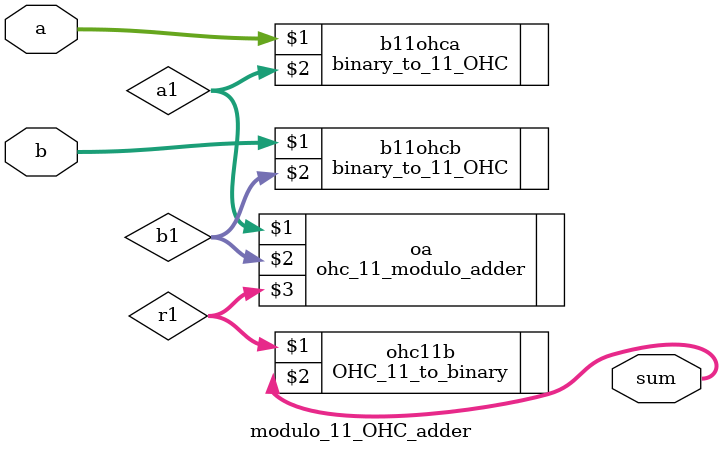
<source format=v>
`timescale 1ns / 1ps
module modulo_11_OHC_adder(a,b,sum);
    input [4:1]a,b;
    output [4:1]sum;
    wire [10:1]a1,b1,r1;
    binary_to_11_OHC b11ohca(a,a1);
    binary_to_11_OHC b11ohcb(b,b1);
    ohc_11_modulo_adder oa(a1,b1,r1);
    OHC_11_to_binary ohc11b(r1,sum);
endmodule

</source>
